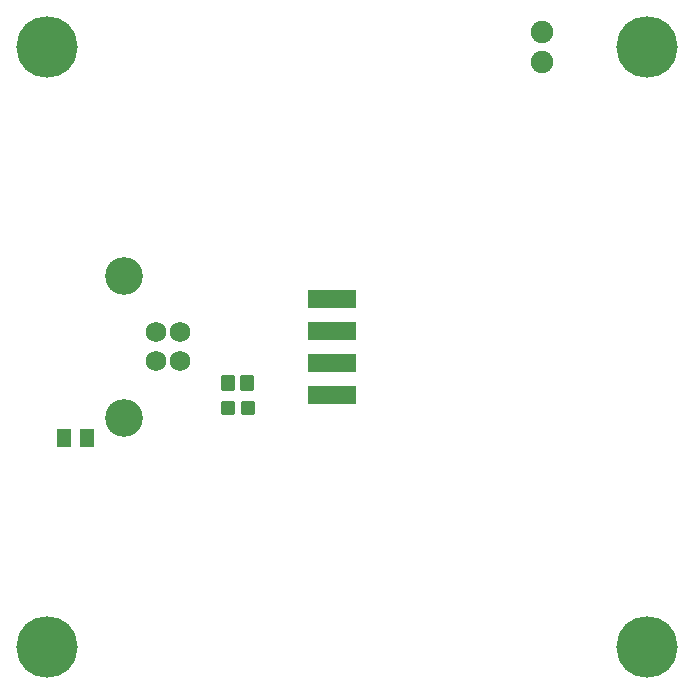
<source format=gts>
G04 Layer: TopSolderMaskLayer*
G04 EasyEDA v6.5.34, 2023-08-21 18:11:39*
G04 18117bc33d304e9eae86a0e3f177fe8b,5a6b42c53f6a479593ecc07194224c93,10*
G04 Gerber Generator version 0.2*
G04 Scale: 100 percent, Rotated: No, Reflected: No *
G04 Dimensions in millimeters *
G04 leading zeros omitted , absolute positions ,4 integer and 5 decimal *
%FSLAX45Y45*%
%MOMM*%

%AMMACRO1*1,1,$1,$2,$3*1,1,$1,$4,$5*1,1,$1,0-$2,0-$3*1,1,$1,0-$4,0-$5*20,1,$1,$2,$3,$4,$5,0*20,1,$1,$4,$5,0-$2,0-$3,0*20,1,$1,0-$2,0-$3,0-$4,0-$5,0*20,1,$1,0-$4,0-$5,$2,$3,0*4,1,4,$2,$3,$4,$5,0-$2,0-$3,0-$4,0-$5,$2,$3,0*%
%ADD10MACRO1,0.1016X2X-0.75X-2X-0.75*%
%ADD11MACRO1,0.1016X-0.5663X0.6885X-0.5663X-0.6885*%
%ADD12MACRO1,0.1016X0.5663X0.6885X0.5663X-0.6885*%
%ADD13C,3.2032*%
%ADD14C,1.7272*%
%ADD15MACRO1,0.2032X-0.45X-0.5X-0.45X0.5*%
%ADD16MACRO1,0.2032X0.5X-0.55X-0.5X-0.55*%
%ADD17C,5.2032*%
%ADD18C,1.9016*%

%LPD*%
D10*
G01*
X2793994Y3327391D03*
G01*
X2793994Y3056456D03*
G01*
X2793994Y2785525D03*
G01*
X2793994Y2514593D03*
D11*
G01*
X718931Y2146298D03*
D12*
G01*
X525678Y2146298D03*
D13*
G01*
X1034508Y3522997D03*
G01*
X1034508Y2318986D03*
D14*
G01*
X1305501Y2795998D03*
G01*
X1305501Y3045985D03*
G01*
X1505501Y3045985D03*
G01*
X1505501Y2795998D03*
D15*
G01*
X1908891Y2400287D03*
G01*
X2078890Y2400287D03*
D16*
G01*
X1913892Y2616194D03*
G01*
X2073892Y2616194D03*
D17*
G01*
X380992Y5460992D03*
G01*
X380992Y380992D03*
G01*
X5460992Y380992D03*
G01*
X5460992Y5460992D03*
D18*
G01*
X4571992Y5333992D03*
G01*
X4571992Y5587992D03*
M02*

</source>
